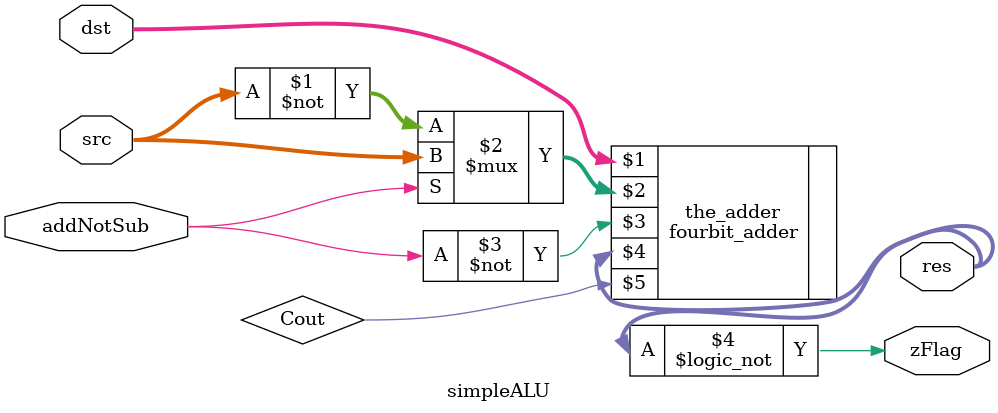
<source format=v>
`include "4bit_adder.v"


module E15Process(input clk);

   // Register names
   parameter 
      Rg0 = 2'b00, Rg1 = 2'b01,
      Rg2 = 2'b10, Rg3 = 2'b11, 
      RXX = 2'b00;

   // Opcodes
   parameter
     jmp  = 4'b0000, jz   = 4'b0010,
     movi = 4'b1001, mov  = 4'b1000,
     addi = 4'b1011, add  = 4'b1010,
     subi = 4'b1101, sub  = 4'b1100,
     cmpi = 4'b1111, cmp  = 4'b1110,
     jnz  = 4'b0011;
   

   /*Processor state*/
   reg [3:0] pc;             // Program Counter
   reg       zFlag;          // Zero flag
   reg [3:0] r0, r1, r2, r3; // Registers


   /*Program storage*/
   reg [11:0] myROM [15:0]; // ROM (holds program)

   initial
     begin

        `include "program2.v"   // load the program
        
        pc = 4'b0000;           // initialize the program counter
        
     end


   /*Parts of the instruction*/
   wire [3:0] opCode;         // op code
   wire [1:0] src, dst;       // src and dst register
   wire [3:0] immData;        // "Immediate" data


   wire [3:0] pcIncr; // Program Counter Increment
   wire [3:0] pcRes;  // Output of pc ALU
   wire       pcz;    // Unused - zero flag for pc ALU
   
   wire [3:0] storeVal, operand1, operand2;

   /*ALU wires*/
   wire       addNotSub; // Determines if ALU adds or subtracts
   wire [3:0] aluOutput;    // Output (combinational) of ALU
   wire       aluOutputZero;      // Output (combinational) of ALU zero flag


   
   assign {opCode, src, dst, immData} = myROM[pc];
   assign addNotSub = ((opCode == add) | (opCode == addi));

   // pcIncr is a 4-bit value representing the value
   // that is to be added to the program counter
   assign pcIncr = (opCode == jmp) ? immData :
                   (opCode == jnz)&&(zFlag == 0) ? immData :
                   (opCode == jz)&&(zFlag == 1) ? immData :
                   4'b0001;


   // storeVal is a 4-bit value representing the value that
   // is to be stored in the destination register, for
   // instructions that write to it
   assign storeVal = (opCode == add || opCode == sub || opCode == addi || opCode == subi) ? aluOutput :
                     (opCode == mov || opCode == movi) ? operand1 :
                     4'b0001;
            

   // operand1 is a 4-bit value represnting the first operand
   // to be passed into the ALU
   assign operand1 = (opCode == addi || opCode == subi || opCode == movi || opCode == cmpi) ? immData :
                     (src == Rg3) ? r3 :
                     (src == Rg2) ? r2 :
                     (src == Rg1) ? r1 :
                     (src == Rg0) ? r0 :
                     4'b0000;

   // operand1 is a 4-bit value represnting the second operand
   // to be passed into the ALU
   assign operand2 = (dst == Rg3) ? r3:
                     (dst == Rg2) ? r2:
                     (dst == Rg1) ? r1:
                     (dst == Rg0) ? r0:
                     4'b0000;

   always @(posedge clk)
      begin 

        // Update zero flag
        case(opCode)
          addi, add, subi, sub, cmpi, cmp:
            begin
               zFlag <= aluOutputZero;
            end
        endcase

        // update destination register
        case(opCode)
          movi, mov, add, addi, sub, subi:
            case(dst)
              Rg0: r0 <= storeVal;
              Rg1: r1 <= storeVal;
              Rg2: r2 <= storeVal;
              Rg3: r3 <= storeVal;
            endcase
        endcase

        // Update program counter
        pc <= pcRes;
 
     end
   
   simpleALU dataALU(addNotSub, operand1, operand2, aluOutputZero, aluOutput);
   simpleALU pcALU(1'b1, pc, pcIncr, pcz, pcRes);

endmodule


module simpleALU(
    input addNotSub,
    input [3:0] src, dst,
    output zFlag,
    output [3:0] res);
    wire Cout;

    fourbit_adder the_adder(dst, addNotSub ? src : ~src, ~addNotSub, res, Cout);

    assign zFlag = !(res);

endmodule


//ra0Eequ6ucie6Jei0koh6phishohm9
</source>
